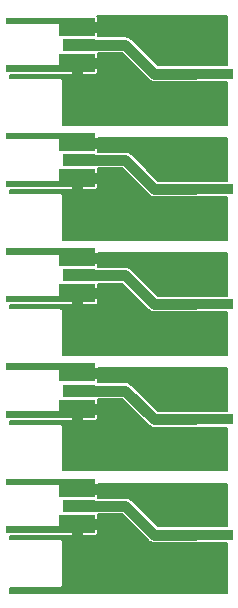
<source format=gbr>
G04 #@! TF.GenerationSoftware,KiCad,Pcbnew,(5.0.2)-1*
G04 #@! TF.CreationDate,2019-09-04T12:41:45-04:00*
G04 #@! TF.ProjectId,MMCX_2DD-100P_Odd,4d4d4358-5f32-4444-942d-313030505f4f,rev?*
G04 #@! TF.SameCoordinates,Original*
G04 #@! TF.FileFunction,Copper,L1,Top*
G04 #@! TF.FilePolarity,Positive*
%FSLAX46Y46*%
G04 Gerber Fmt 4.6, Leading zero omitted, Abs format (unit mm)*
G04 Created by KiCad (PCBNEW (5.0.2)-1) date 9/4/2019 12:41:45 PM*
%MOMM*%
%LPD*%
G01*
G04 APERTURE LIST*
G04 #@! TA.AperFunction,SMDPad,CuDef*
%ADD10R,6.477000X0.883920*%
G04 #@! TD*
G04 #@! TA.AperFunction,SMDPad,CuDef*
%ADD11R,2.695200X1.092200*%
G04 #@! TD*
G04 #@! TA.AperFunction,SMDPad,CuDef*
%ADD12C,1.525300*%
G04 #@! TD*
G04 #@! TA.AperFunction,Conductor*
%ADD13C,0.100000*%
G04 #@! TD*
G04 #@! TA.AperFunction,ViaPad*
%ADD14C,0.800000*%
G04 #@! TD*
G04 #@! TA.AperFunction,Conductor*
%ADD15C,0.896620*%
G04 #@! TD*
G04 #@! TA.AperFunction,Conductor*
%ADD16C,0.250000*%
G04 #@! TD*
G04 #@! TA.AperFunction,Conductor*
%ADD17C,0.660400*%
G04 #@! TD*
G04 #@! TA.AperFunction,Conductor*
%ADD18C,0.152400*%
G04 #@! TD*
G04 APERTURE END LIST*
D10*
G04 #@! TO.P,J2,2*
G04 #@! TO.N,Net-(J2-Pad2)*
X156189135Y-27050615D03*
G04 #@! TD*
G04 #@! TO.P,J5,2*
G04 #@! TO.N,Net-(J5-Pad2)*
X156189135Y-36809135D03*
G04 #@! TD*
G04 #@! TO.P,J8,2*
G04 #@! TO.N,Net-(J8-Pad2)*
X156189135Y-46567652D03*
G04 #@! TD*
G04 #@! TO.P,J11,2*
G04 #@! TO.N,Net-(J11-Pad2)*
X156189135Y-56326172D03*
G04 #@! TD*
G04 #@! TO.P,J14,2*
G04 #@! TO.N,Net-(J14-Pad2)*
X156189135Y-66084698D03*
G04 #@! TD*
D11*
G04 #@! TO.P,J3,1*
G04 #@! TO.N,Net-(J2-Pad2)*
X146393385Y-24610985D03*
D12*
G04 #@! TO.P,J3,2*
G04 #@! TO.N,Net-(J1-Pad2)*
X146240985Y-23073635D03*
D13*
G04 #@! TD*
G04 #@! TO.N,Net-(J1-Pad2)*
G04 #@! TO.C,J3*
G36*
X147740985Y-23836285D02*
X144740985Y-23836285D01*
X144740985Y-22860985D01*
X140240985Y-22860985D01*
X140240985Y-22310985D01*
X147740985Y-22310985D01*
X147740985Y-23836285D01*
X147740985Y-23836285D01*
G37*
D12*
G04 #@! TO.P,J3,2*
G04 #@! TO.N,Net-(J1-Pad2)*
X146240985Y-26148335D03*
D13*
G04 #@! TD*
G04 #@! TO.N,Net-(J1-Pad2)*
G04 #@! TO.C,J3*
G36*
X147740985Y-26910985D02*
X140240985Y-26910985D01*
X140240985Y-26360985D01*
X144740985Y-26360985D01*
X144740985Y-25385685D01*
X147740985Y-25385685D01*
X147740985Y-26910985D01*
X147740985Y-26910985D01*
G37*
D12*
G04 #@! TO.P,J6,2*
G04 #@! TO.N,Net-(J4-Pad2)*
X146240985Y-35906855D03*
D13*
G04 #@! TD*
G04 #@! TO.N,Net-(J4-Pad2)*
G04 #@! TO.C,J6*
G36*
X147740985Y-36669505D02*
X140240985Y-36669505D01*
X140240985Y-36119505D01*
X144740985Y-36119505D01*
X144740985Y-35144205D01*
X147740985Y-35144205D01*
X147740985Y-36669505D01*
X147740985Y-36669505D01*
G37*
D12*
G04 #@! TO.P,J6,2*
G04 #@! TO.N,Net-(J4-Pad2)*
X146240985Y-32832155D03*
D13*
G04 #@! TD*
G04 #@! TO.N,Net-(J4-Pad2)*
G04 #@! TO.C,J6*
G36*
X147740985Y-33594805D02*
X144740985Y-33594805D01*
X144740985Y-32619505D01*
X140240985Y-32619505D01*
X140240985Y-32069505D01*
X147740985Y-32069505D01*
X147740985Y-33594805D01*
X147740985Y-33594805D01*
G37*
D11*
G04 #@! TO.P,J6,1*
G04 #@! TO.N,Net-(J5-Pad2)*
X146393385Y-34369505D03*
G04 #@! TD*
D12*
G04 #@! TO.P,J9,2*
G04 #@! TO.N,Net-(J7-Pad2)*
X146240985Y-45665375D03*
D13*
G04 #@! TD*
G04 #@! TO.N,Net-(J7-Pad2)*
G04 #@! TO.C,J9*
G36*
X147740985Y-46428025D02*
X140240985Y-46428025D01*
X140240985Y-45878025D01*
X144740985Y-45878025D01*
X144740985Y-44902725D01*
X147740985Y-44902725D01*
X147740985Y-46428025D01*
X147740985Y-46428025D01*
G37*
D12*
G04 #@! TO.P,J9,2*
G04 #@! TO.N,Net-(J7-Pad2)*
X146240985Y-42590675D03*
D13*
G04 #@! TD*
G04 #@! TO.N,Net-(J7-Pad2)*
G04 #@! TO.C,J9*
G36*
X147740985Y-43353325D02*
X144740985Y-43353325D01*
X144740985Y-42378025D01*
X140240985Y-42378025D01*
X140240985Y-41828025D01*
X147740985Y-41828025D01*
X147740985Y-43353325D01*
X147740985Y-43353325D01*
G37*
D11*
G04 #@! TO.P,J9,1*
G04 #@! TO.N,Net-(J8-Pad2)*
X146393385Y-44128025D03*
G04 #@! TD*
D12*
G04 #@! TO.P,J12,2*
G04 #@! TO.N,Net-(J10-Pad2)*
X146240985Y-55423895D03*
D13*
G04 #@! TD*
G04 #@! TO.N,Net-(J10-Pad2)*
G04 #@! TO.C,J12*
G36*
X147740985Y-56186545D02*
X140240985Y-56186545D01*
X140240985Y-55636545D01*
X144740985Y-55636545D01*
X144740985Y-54661245D01*
X147740985Y-54661245D01*
X147740985Y-56186545D01*
X147740985Y-56186545D01*
G37*
D12*
G04 #@! TO.P,J12,2*
G04 #@! TO.N,Net-(J10-Pad2)*
X146240985Y-52349195D03*
D13*
G04 #@! TD*
G04 #@! TO.N,Net-(J10-Pad2)*
G04 #@! TO.C,J12*
G36*
X147740985Y-53111845D02*
X144740985Y-53111845D01*
X144740985Y-52136545D01*
X140240985Y-52136545D01*
X140240985Y-51586545D01*
X147740985Y-51586545D01*
X147740985Y-53111845D01*
X147740985Y-53111845D01*
G37*
D11*
G04 #@! TO.P,J12,1*
G04 #@! TO.N,Net-(J11-Pad2)*
X146393385Y-53886545D03*
G04 #@! TD*
D12*
G04 #@! TO.P,J15,2*
G04 #@! TO.N,Net-(J13-Pad2)*
X146240985Y-65182415D03*
D13*
G04 #@! TD*
G04 #@! TO.N,Net-(J13-Pad2)*
G04 #@! TO.C,J15*
G36*
X147740985Y-65945065D02*
X140240985Y-65945065D01*
X140240985Y-65395065D01*
X144740985Y-65395065D01*
X144740985Y-64419765D01*
X147740985Y-64419765D01*
X147740985Y-65945065D01*
X147740985Y-65945065D01*
G37*
D12*
G04 #@! TO.P,J15,2*
G04 #@! TO.N,Net-(J13-Pad2)*
X146240985Y-62107715D03*
D13*
G04 #@! TD*
G04 #@! TO.N,Net-(J13-Pad2)*
G04 #@! TO.C,J15*
G36*
X147740985Y-62870365D02*
X144740985Y-62870365D01*
X144740985Y-61895065D01*
X140240985Y-61895065D01*
X140240985Y-61345065D01*
X147740985Y-61345065D01*
X147740985Y-62870365D01*
X147740985Y-62870365D01*
G37*
D11*
G04 #@! TO.P,J15,1*
G04 #@! TO.N,Net-(J14-Pad2)*
X146393385Y-63645065D03*
G04 #@! TD*
D14*
G04 #@! TO.N,Net-(J1-Pad2)*
X148382319Y-28026467D03*
X148382319Y-23147201D03*
X149846097Y-26074763D03*
X150334023Y-23147207D03*
X151797801Y-24123059D03*
X148382319Y-30954023D03*
X148382319Y-26148335D03*
X155701209Y-24610985D03*
X151797801Y-29978171D03*
X150334023Y-30954023D03*
X158140839Y-24610985D03*
X149846097Y-28026467D03*
X153261579Y-29490245D03*
X150821949Y-27050615D03*
X155701209Y-29490245D03*
X158140839Y-29490245D03*
X153261579Y-24610985D03*
G04 #@! TO.N,Net-(J4-Pad2)*
X153261579Y-39248765D03*
X155701209Y-39248765D03*
X158140839Y-39248765D03*
X148382319Y-32905727D03*
X148382319Y-37784987D03*
X148382319Y-40761159D03*
X148382319Y-35833283D03*
X151797801Y-33881579D03*
X151797801Y-39736691D03*
X150334023Y-40712543D03*
X149846097Y-37784987D03*
X149846097Y-35833283D03*
X150821949Y-36809135D03*
X150334023Y-32905727D03*
X153261579Y-34369505D03*
X155701209Y-34369505D03*
X158140839Y-34369505D03*
G04 #@! TO.N,Net-(J7-Pad2)*
X153261579Y-49007285D03*
X155701209Y-49007285D03*
X158140839Y-49007285D03*
X148382319Y-47543507D03*
X148382319Y-45591803D03*
X151797801Y-49495211D03*
X150334023Y-50471063D03*
X149846097Y-45591803D03*
X150821949Y-46567655D03*
X148382319Y-50519709D03*
X151797801Y-43640099D03*
X148382319Y-42664247D03*
X150334023Y-42664247D03*
X153261579Y-44128025D03*
X155701209Y-44128025D03*
X158140839Y-44128025D03*
X149846097Y-47543507D03*
G04 #@! TO.N,Net-(J10-Pad2)*
X153261579Y-58765805D03*
X155701209Y-58765805D03*
X158140839Y-58765805D03*
X148382319Y-57302027D03*
X148382337Y-60303155D03*
X148382337Y-52422866D03*
X148382319Y-55350323D03*
X149846097Y-55350323D03*
X150334023Y-60229583D03*
X151797801Y-53398619D03*
X151797801Y-59253731D03*
X150821949Y-56326175D03*
X150334023Y-52422767D03*
X153261579Y-53886545D03*
X155701209Y-53886545D03*
X158140839Y-53886545D03*
X149846097Y-57302027D03*
G04 #@! TO.N,Net-(J13-Pad2)*
X155701209Y-68524325D03*
X151797801Y-69012251D03*
X149846097Y-65108843D03*
X148382319Y-67060547D03*
X148382337Y-62181441D03*
X148382337Y-70036809D03*
X148308931Y-65182415D03*
X150334023Y-69988103D03*
X158140839Y-68524325D03*
X150821949Y-66084695D03*
X153261579Y-68524325D03*
X150334023Y-62181287D03*
X158140839Y-63645065D03*
X155701209Y-63645065D03*
X153261579Y-63645065D03*
X151797801Y-63157139D03*
X149846097Y-67060547D03*
G04 #@! TD*
D15*
G04 #@! TO.N,Net-(J1-Pad2)*
X146240985Y-26148335D02*
X146240985Y-27836841D01*
X146240985Y-26148335D02*
X148308771Y-26148335D01*
X148308771Y-26148335D02*
X148308771Y-26148335D01*
X146314551Y-23147201D02*
X146240985Y-23073635D01*
X148382319Y-23147201D02*
X146314551Y-23147201D01*
X148382319Y-23147201D02*
X148438008Y-23147201D01*
D16*
G04 #@! TO.N,Net-(J4-Pad2)*
X146592695Y-36321245D02*
X146240985Y-35969535D01*
D17*
X146346115Y-36321245D02*
X146240985Y-36216115D01*
D15*
X146240985Y-35906855D02*
X146240985Y-37595401D01*
X146314591Y-32905761D02*
X146240985Y-32832155D01*
X146240985Y-35906855D02*
X148308747Y-35906855D01*
X146314557Y-32905727D02*
X146240985Y-32832155D01*
X148382319Y-32905727D02*
X146314557Y-32905727D01*
X148382319Y-32905727D02*
X148438013Y-32905727D01*
D17*
G04 #@! TO.N,Net-(J7-Pad2)*
X146346115Y-46079795D02*
X146240985Y-45974665D01*
D15*
X146240985Y-45665375D02*
X146240985Y-47353961D01*
X146240985Y-45665375D02*
X148308851Y-45665375D01*
X148308851Y-45665375D02*
X148308851Y-45665375D01*
X146314623Y-42664313D02*
X146240985Y-42590675D01*
X148382319Y-42664247D02*
X148438015Y-42664247D01*
X148382319Y-42664247D02*
X146314557Y-42664247D01*
X146314557Y-42664247D02*
X146240985Y-42590675D01*
D17*
G04 #@! TO.N,Net-(J10-Pad2)*
X146346115Y-55838345D02*
X146240985Y-55733215D01*
D15*
X146240985Y-55423895D02*
X146240985Y-57112521D01*
X146240985Y-55423895D02*
X148308891Y-55423895D01*
X148308891Y-55423895D02*
X148308891Y-55423895D01*
X146314656Y-52422866D02*
X146240985Y-52349195D01*
X148382337Y-52422866D02*
X146314656Y-52422866D01*
X148382337Y-52422866D02*
X148438113Y-52422866D01*
G04 #@! TO.N,Net-(J13-Pad2)*
X146240985Y-65182415D02*
X146240985Y-67846937D01*
X146240985Y-65182415D02*
X148308931Y-65182415D01*
X148308931Y-65182415D02*
X148308931Y-65182415D01*
X146314711Y-62181441D02*
X146240985Y-62107715D01*
X148382337Y-62181441D02*
X146314711Y-62181441D01*
X148382337Y-62181441D02*
X148438165Y-62181441D01*
G04 #@! TO.N,Net-(J2-Pad2)*
X146393385Y-24610985D02*
X150334023Y-24610985D01*
X152773653Y-27050615D02*
X156189135Y-27050615D01*
X150334023Y-24610985D02*
X152773653Y-27050615D01*
G04 #@! TO.N,Net-(J5-Pad2)*
X146393385Y-34369505D02*
X150334023Y-34369505D01*
X152773653Y-36809135D02*
X156189135Y-36809135D01*
X150334023Y-34369505D02*
X152773653Y-36809135D01*
G04 #@! TO.N,Net-(J8-Pad2)*
X146393385Y-44128025D02*
X150334023Y-44128025D01*
X152773650Y-46567652D02*
X156189135Y-46567652D01*
X150334023Y-44128025D02*
X152773650Y-46567652D01*
G04 #@! TO.N,Net-(J11-Pad2)*
X146393385Y-53886545D02*
X150334023Y-53886545D01*
X152773650Y-56326172D02*
X156189135Y-56326172D01*
X150334023Y-53886545D02*
X152773650Y-56326172D01*
G04 #@! TO.N,Net-(J14-Pad2)*
X146393385Y-63645065D02*
X150334023Y-63645065D01*
X152773656Y-66084698D02*
X156189135Y-66084698D01*
X150334023Y-63645065D02*
X152773656Y-66084698D01*
G04 #@! TD*
D18*
G04 #@! TO.N,Net-(J1-Pad2)*
G36*
X152252647Y-27522825D02*
X152274642Y-27549626D01*
X152324139Y-27590247D01*
X152381582Y-27637390D01*
X152503590Y-27702604D01*
X152635975Y-27742763D01*
X152773653Y-27756323D01*
X152808153Y-27752925D01*
X156223635Y-27752925D01*
X156275640Y-27747803D01*
X158941700Y-27747803D01*
X158941700Y-31365749D01*
X145046737Y-31365749D01*
X145065239Y-31304758D01*
X145071591Y-31240263D01*
X145070000Y-31224109D01*
X145070000Y-27756417D01*
X145071591Y-27740263D01*
X145065239Y-27675768D01*
X145046426Y-27613751D01*
X145015876Y-27556596D01*
X144974763Y-27506500D01*
X144924667Y-27465387D01*
X144867512Y-27434837D01*
X144805495Y-27416024D01*
X144757154Y-27411263D01*
X144741000Y-27409672D01*
X144724846Y-27411263D01*
X140570000Y-27411263D01*
X140570000Y-27166214D01*
X147740985Y-27166214D01*
X147790778Y-27161310D01*
X147838657Y-27146786D01*
X147882783Y-27123200D01*
X147921459Y-27091459D01*
X147953200Y-27052783D01*
X147976786Y-27008657D01*
X147991310Y-26960778D01*
X147996214Y-26910985D01*
X147996214Y-25385685D01*
X147991310Y-25335892D01*
X147984455Y-25313295D01*
X150043118Y-25313295D01*
X152252647Y-27522825D01*
X152252647Y-27522825D01*
G37*
X152252647Y-27522825D02*
X152274642Y-27549626D01*
X152324139Y-27590247D01*
X152381582Y-27637390D01*
X152503590Y-27702604D01*
X152635975Y-27742763D01*
X152773653Y-27756323D01*
X152808153Y-27752925D01*
X156223635Y-27752925D01*
X156275640Y-27747803D01*
X158941700Y-27747803D01*
X158941700Y-31365749D01*
X145046737Y-31365749D01*
X145065239Y-31304758D01*
X145071591Y-31240263D01*
X145070000Y-31224109D01*
X145070000Y-27756417D01*
X145071591Y-27740263D01*
X145065239Y-27675768D01*
X145046426Y-27613751D01*
X145015876Y-27556596D01*
X144974763Y-27506500D01*
X144924667Y-27465387D01*
X144867512Y-27434837D01*
X144805495Y-27416024D01*
X144757154Y-27411263D01*
X144741000Y-27409672D01*
X144724846Y-27411263D01*
X140570000Y-27411263D01*
X140570000Y-27166214D01*
X147740985Y-27166214D01*
X147790778Y-27161310D01*
X147838657Y-27146786D01*
X147882783Y-27123200D01*
X147921459Y-27091459D01*
X147953200Y-27052783D01*
X147976786Y-27008657D01*
X147991310Y-26960778D01*
X147996214Y-26910985D01*
X147996214Y-25385685D01*
X147991310Y-25335892D01*
X147984455Y-25313295D01*
X150043118Y-25313295D01*
X152252647Y-27522825D01*
G36*
X158941700Y-26353427D02*
X156275640Y-26353427D01*
X156223635Y-26348305D01*
X153064559Y-26348305D01*
X150855033Y-24138780D01*
X150833034Y-24111974D01*
X150726093Y-24024210D01*
X150604086Y-23958996D01*
X150471700Y-23918837D01*
X150368523Y-23908675D01*
X150368521Y-23908675D01*
X150334023Y-23905277D01*
X150299525Y-23908675D01*
X147984455Y-23908675D01*
X147991310Y-23886078D01*
X147996214Y-23836285D01*
X147996214Y-22310985D01*
X147991310Y-22261192D01*
X147976786Y-22213313D01*
X147953200Y-22169187D01*
X147929247Y-22140000D01*
X158941700Y-22140000D01*
X158941700Y-26353427D01*
X158941700Y-26353427D01*
G37*
X158941700Y-26353427D02*
X156275640Y-26353427D01*
X156223635Y-26348305D01*
X153064559Y-26348305D01*
X150855033Y-24138780D01*
X150833034Y-24111974D01*
X150726093Y-24024210D01*
X150604086Y-23958996D01*
X150471700Y-23918837D01*
X150368523Y-23908675D01*
X150368521Y-23908675D01*
X150334023Y-23905277D01*
X150299525Y-23908675D01*
X147984455Y-23908675D01*
X147991310Y-23886078D01*
X147996214Y-23836285D01*
X147996214Y-22310985D01*
X147991310Y-22261192D01*
X147976786Y-22213313D01*
X147953200Y-22169187D01*
X147929247Y-22140000D01*
X158941700Y-22140000D01*
X158941700Y-26353427D01*
G04 #@! TO.N,Net-(J4-Pad2)*
G36*
X152252647Y-37281345D02*
X152274642Y-37308146D01*
X152324139Y-37348767D01*
X152381582Y-37395910D01*
X152503590Y-37461124D01*
X152635975Y-37501283D01*
X152773653Y-37514843D01*
X152808153Y-37511445D01*
X156223635Y-37511445D01*
X156275640Y-37506323D01*
X158941700Y-37506323D01*
X158941700Y-41124269D01*
X145046739Y-41124269D01*
X145065239Y-41063284D01*
X145071591Y-40998789D01*
X145070000Y-40982635D01*
X145070000Y-37514943D01*
X145071591Y-37498789D01*
X145065239Y-37434294D01*
X145046426Y-37372277D01*
X145015876Y-37315122D01*
X144974763Y-37265026D01*
X144924667Y-37223913D01*
X144867512Y-37193363D01*
X144805495Y-37174550D01*
X144757154Y-37169789D01*
X144741000Y-37168198D01*
X144724846Y-37169789D01*
X140570000Y-37169789D01*
X140570000Y-36924734D01*
X147740985Y-36924734D01*
X147790778Y-36919830D01*
X147838657Y-36905306D01*
X147882783Y-36881720D01*
X147921459Y-36849979D01*
X147953200Y-36811303D01*
X147976786Y-36767177D01*
X147991310Y-36719298D01*
X147996214Y-36669505D01*
X147996214Y-35144205D01*
X147991310Y-35094412D01*
X147984455Y-35071815D01*
X150043118Y-35071815D01*
X152252647Y-37281345D01*
X152252647Y-37281345D01*
G37*
X152252647Y-37281345D02*
X152274642Y-37308146D01*
X152324139Y-37348767D01*
X152381582Y-37395910D01*
X152503590Y-37461124D01*
X152635975Y-37501283D01*
X152773653Y-37514843D01*
X152808153Y-37511445D01*
X156223635Y-37511445D01*
X156275640Y-37506323D01*
X158941700Y-37506323D01*
X158941700Y-41124269D01*
X145046739Y-41124269D01*
X145065239Y-41063284D01*
X145071591Y-40998789D01*
X145070000Y-40982635D01*
X145070000Y-37514943D01*
X145071591Y-37498789D01*
X145065239Y-37434294D01*
X145046426Y-37372277D01*
X145015876Y-37315122D01*
X144974763Y-37265026D01*
X144924667Y-37223913D01*
X144867512Y-37193363D01*
X144805495Y-37174550D01*
X144757154Y-37169789D01*
X144741000Y-37168198D01*
X144724846Y-37169789D01*
X140570000Y-37169789D01*
X140570000Y-36924734D01*
X147740985Y-36924734D01*
X147790778Y-36919830D01*
X147838657Y-36905306D01*
X147882783Y-36881720D01*
X147921459Y-36849979D01*
X147953200Y-36811303D01*
X147976786Y-36767177D01*
X147991310Y-36719298D01*
X147996214Y-36669505D01*
X147996214Y-35144205D01*
X147991310Y-35094412D01*
X147984455Y-35071815D01*
X150043118Y-35071815D01*
X152252647Y-37281345D01*
G36*
X158941700Y-36111947D02*
X156275640Y-36111947D01*
X156223635Y-36106825D01*
X153064559Y-36106825D01*
X150855033Y-33897300D01*
X150833034Y-33870494D01*
X150726093Y-33782730D01*
X150604086Y-33717516D01*
X150471700Y-33677357D01*
X150368523Y-33667195D01*
X150368521Y-33667195D01*
X150334023Y-33663797D01*
X150299525Y-33667195D01*
X147984455Y-33667195D01*
X147991310Y-33644598D01*
X147996214Y-33594805D01*
X147996214Y-32494001D01*
X158941700Y-32494001D01*
X158941700Y-36111947D01*
X158941700Y-36111947D01*
G37*
X158941700Y-36111947D02*
X156275640Y-36111947D01*
X156223635Y-36106825D01*
X153064559Y-36106825D01*
X150855033Y-33897300D01*
X150833034Y-33870494D01*
X150726093Y-33782730D01*
X150604086Y-33717516D01*
X150471700Y-33677357D01*
X150368523Y-33667195D01*
X150368521Y-33667195D01*
X150334023Y-33663797D01*
X150299525Y-33667195D01*
X147984455Y-33667195D01*
X147991310Y-33644598D01*
X147996214Y-33594805D01*
X147996214Y-32494001D01*
X158941700Y-32494001D01*
X158941700Y-36111947D01*
G04 #@! TO.N,Net-(J7-Pad2)*
G36*
X152252644Y-47039862D02*
X152274639Y-47066663D01*
X152324136Y-47107284D01*
X152381580Y-47154427D01*
X152503587Y-47219641D01*
X152635973Y-47259800D01*
X152773650Y-47273360D01*
X152808150Y-47269962D01*
X156223635Y-47269962D01*
X156275640Y-47264840D01*
X158941701Y-47264840D01*
X158941701Y-50882789D01*
X145046741Y-50882789D01*
X145065239Y-50821810D01*
X145071591Y-50757315D01*
X145070000Y-50741161D01*
X145070000Y-47273469D01*
X145071591Y-47257315D01*
X145065239Y-47192820D01*
X145046426Y-47130803D01*
X145015876Y-47073648D01*
X144974763Y-47023552D01*
X144924667Y-46982439D01*
X144867512Y-46951889D01*
X144805495Y-46933076D01*
X144757154Y-46928315D01*
X144741000Y-46926724D01*
X144724846Y-46928315D01*
X140570000Y-46928315D01*
X140570000Y-46683254D01*
X147740985Y-46683254D01*
X147790778Y-46678350D01*
X147838657Y-46663826D01*
X147882783Y-46640240D01*
X147921459Y-46608499D01*
X147953200Y-46569823D01*
X147976786Y-46525697D01*
X147991310Y-46477818D01*
X147996214Y-46428025D01*
X147996214Y-44902725D01*
X147991310Y-44852932D01*
X147984455Y-44830335D01*
X150043118Y-44830335D01*
X152252644Y-47039862D01*
X152252644Y-47039862D01*
G37*
X152252644Y-47039862D02*
X152274639Y-47066663D01*
X152324136Y-47107284D01*
X152381580Y-47154427D01*
X152503587Y-47219641D01*
X152635973Y-47259800D01*
X152773650Y-47273360D01*
X152808150Y-47269962D01*
X156223635Y-47269962D01*
X156275640Y-47264840D01*
X158941701Y-47264840D01*
X158941701Y-50882789D01*
X145046741Y-50882789D01*
X145065239Y-50821810D01*
X145071591Y-50757315D01*
X145070000Y-50741161D01*
X145070000Y-47273469D01*
X145071591Y-47257315D01*
X145065239Y-47192820D01*
X145046426Y-47130803D01*
X145015876Y-47073648D01*
X144974763Y-47023552D01*
X144924667Y-46982439D01*
X144867512Y-46951889D01*
X144805495Y-46933076D01*
X144757154Y-46928315D01*
X144741000Y-46926724D01*
X144724846Y-46928315D01*
X140570000Y-46928315D01*
X140570000Y-46683254D01*
X147740985Y-46683254D01*
X147790778Y-46678350D01*
X147838657Y-46663826D01*
X147882783Y-46640240D01*
X147921459Y-46608499D01*
X147953200Y-46569823D01*
X147976786Y-46525697D01*
X147991310Y-46477818D01*
X147996214Y-46428025D01*
X147996214Y-44902725D01*
X147991310Y-44852932D01*
X147984455Y-44830335D01*
X150043118Y-44830335D01*
X152252644Y-47039862D01*
G36*
X158941700Y-45870464D02*
X156275640Y-45870464D01*
X156223635Y-45865342D01*
X153064556Y-45865342D01*
X150855033Y-43655820D01*
X150833034Y-43629014D01*
X150726093Y-43541250D01*
X150604086Y-43476036D01*
X150471700Y-43435877D01*
X150368523Y-43425715D01*
X150368521Y-43425715D01*
X150334023Y-43422317D01*
X150299525Y-43425715D01*
X147984455Y-43425715D01*
X147991310Y-43403118D01*
X147996214Y-43353325D01*
X147996214Y-42252521D01*
X158941700Y-42252521D01*
X158941700Y-45870464D01*
X158941700Y-45870464D01*
G37*
X158941700Y-45870464D02*
X156275640Y-45870464D01*
X156223635Y-45865342D01*
X153064556Y-45865342D01*
X150855033Y-43655820D01*
X150833034Y-43629014D01*
X150726093Y-43541250D01*
X150604086Y-43476036D01*
X150471700Y-43435877D01*
X150368523Y-43425715D01*
X150368521Y-43425715D01*
X150334023Y-43422317D01*
X150299525Y-43425715D01*
X147984455Y-43425715D01*
X147991310Y-43403118D01*
X147996214Y-43353325D01*
X147996214Y-42252521D01*
X158941700Y-42252521D01*
X158941700Y-45870464D01*
G04 #@! TO.N,Net-(J10-Pad2)*
G36*
X152252644Y-56798382D02*
X152274639Y-56825183D01*
X152352803Y-56889330D01*
X152381580Y-56912947D01*
X152503587Y-56978161D01*
X152635973Y-57018320D01*
X152773650Y-57031880D01*
X152808150Y-57028482D01*
X156223635Y-57028482D01*
X156275640Y-57023360D01*
X158941701Y-57023360D01*
X158941701Y-60641309D01*
X145046743Y-60641309D01*
X145065239Y-60580336D01*
X145071591Y-60515841D01*
X145070000Y-60499687D01*
X145070000Y-57031995D01*
X145071591Y-57015841D01*
X145065239Y-56951346D01*
X145046426Y-56889329D01*
X145015876Y-56832174D01*
X144974763Y-56782078D01*
X144924667Y-56740965D01*
X144867512Y-56710415D01*
X144805495Y-56691602D01*
X144757154Y-56686841D01*
X144741000Y-56685250D01*
X144724846Y-56686841D01*
X140570000Y-56686841D01*
X140570000Y-56441774D01*
X147740985Y-56441774D01*
X147790778Y-56436870D01*
X147838657Y-56422346D01*
X147882783Y-56398760D01*
X147921459Y-56367019D01*
X147953200Y-56328343D01*
X147976786Y-56284217D01*
X147991310Y-56236338D01*
X147996214Y-56186545D01*
X147996214Y-54661245D01*
X147991310Y-54611452D01*
X147984455Y-54588855D01*
X150043118Y-54588855D01*
X152252644Y-56798382D01*
X152252644Y-56798382D01*
G37*
X152252644Y-56798382D02*
X152274639Y-56825183D01*
X152352803Y-56889330D01*
X152381580Y-56912947D01*
X152503587Y-56978161D01*
X152635973Y-57018320D01*
X152773650Y-57031880D01*
X152808150Y-57028482D01*
X156223635Y-57028482D01*
X156275640Y-57023360D01*
X158941701Y-57023360D01*
X158941701Y-60641309D01*
X145046743Y-60641309D01*
X145065239Y-60580336D01*
X145071591Y-60515841D01*
X145070000Y-60499687D01*
X145070000Y-57031995D01*
X145071591Y-57015841D01*
X145065239Y-56951346D01*
X145046426Y-56889329D01*
X145015876Y-56832174D01*
X144974763Y-56782078D01*
X144924667Y-56740965D01*
X144867512Y-56710415D01*
X144805495Y-56691602D01*
X144757154Y-56686841D01*
X144741000Y-56685250D01*
X144724846Y-56686841D01*
X140570000Y-56686841D01*
X140570000Y-56441774D01*
X147740985Y-56441774D01*
X147790778Y-56436870D01*
X147838657Y-56422346D01*
X147882783Y-56398760D01*
X147921459Y-56367019D01*
X147953200Y-56328343D01*
X147976786Y-56284217D01*
X147991310Y-56236338D01*
X147996214Y-56186545D01*
X147996214Y-54661245D01*
X147991310Y-54611452D01*
X147984455Y-54588855D01*
X150043118Y-54588855D01*
X152252644Y-56798382D01*
G36*
X158941701Y-55628984D02*
X156275640Y-55628984D01*
X156223635Y-55623862D01*
X153064556Y-55623862D01*
X150855033Y-53414340D01*
X150833034Y-53387534D01*
X150726093Y-53299770D01*
X150604086Y-53234556D01*
X150471700Y-53194397D01*
X150368523Y-53184235D01*
X150368521Y-53184235D01*
X150334023Y-53180837D01*
X150299525Y-53184235D01*
X147984455Y-53184235D01*
X147991310Y-53161638D01*
X147996214Y-53111845D01*
X147996214Y-52011041D01*
X158941701Y-52011041D01*
X158941701Y-55628984D01*
X158941701Y-55628984D01*
G37*
X158941701Y-55628984D02*
X156275640Y-55628984D01*
X156223635Y-55623862D01*
X153064556Y-55623862D01*
X150855033Y-53414340D01*
X150833034Y-53387534D01*
X150726093Y-53299770D01*
X150604086Y-53234556D01*
X150471700Y-53194397D01*
X150368523Y-53184235D01*
X150368521Y-53184235D01*
X150334023Y-53180837D01*
X150299525Y-53184235D01*
X147984455Y-53184235D01*
X147991310Y-53161638D01*
X147996214Y-53111845D01*
X147996214Y-52011041D01*
X158941701Y-52011041D01*
X158941701Y-55628984D01*
G04 #@! TO.N,Net-(J13-Pad2)*
G36*
X152252655Y-66556914D02*
X152274645Y-66583709D01*
X152381586Y-66671473D01*
X152503593Y-66736687D01*
X152635979Y-66776846D01*
X152739156Y-66787008D01*
X152739157Y-66787008D01*
X152773655Y-66790406D01*
X152808153Y-66787008D01*
X156223635Y-66787008D01*
X156275640Y-66781886D01*
X158941701Y-66781886D01*
X158941701Y-70995500D01*
X140570000Y-70995500D01*
X140570000Y-70603367D01*
X144724846Y-70603367D01*
X144741000Y-70604958D01*
X144757154Y-70603367D01*
X144805495Y-70598606D01*
X144867512Y-70579793D01*
X144924667Y-70549243D01*
X144974763Y-70508130D01*
X145015876Y-70458034D01*
X145046426Y-70400879D01*
X145065239Y-70338862D01*
X145071591Y-70274367D01*
X145070000Y-70258213D01*
X145070000Y-66790521D01*
X145071591Y-66774367D01*
X145065239Y-66709872D01*
X145046426Y-66647855D01*
X145015876Y-66590700D01*
X144974763Y-66540604D01*
X144924667Y-66499491D01*
X144867512Y-66468941D01*
X144805495Y-66450128D01*
X144757154Y-66445367D01*
X144741000Y-66443776D01*
X144724846Y-66445367D01*
X140570000Y-66445367D01*
X140570000Y-66200294D01*
X147740985Y-66200294D01*
X147790778Y-66195390D01*
X147838657Y-66180866D01*
X147882783Y-66157280D01*
X147921459Y-66125539D01*
X147953200Y-66086863D01*
X147976786Y-66042737D01*
X147991310Y-65994858D01*
X147996214Y-65945065D01*
X147996214Y-64419765D01*
X147991310Y-64369972D01*
X147984455Y-64347375D01*
X150043118Y-64347375D01*
X152252655Y-66556914D01*
X152252655Y-66556914D01*
G37*
X152252655Y-66556914D02*
X152274645Y-66583709D01*
X152381586Y-66671473D01*
X152503593Y-66736687D01*
X152635979Y-66776846D01*
X152739156Y-66787008D01*
X152739157Y-66787008D01*
X152773655Y-66790406D01*
X152808153Y-66787008D01*
X156223635Y-66787008D01*
X156275640Y-66781886D01*
X158941701Y-66781886D01*
X158941701Y-70995500D01*
X140570000Y-70995500D01*
X140570000Y-70603367D01*
X144724846Y-70603367D01*
X144741000Y-70604958D01*
X144757154Y-70603367D01*
X144805495Y-70598606D01*
X144867512Y-70579793D01*
X144924667Y-70549243D01*
X144974763Y-70508130D01*
X145015876Y-70458034D01*
X145046426Y-70400879D01*
X145065239Y-70338862D01*
X145071591Y-70274367D01*
X145070000Y-70258213D01*
X145070000Y-66790521D01*
X145071591Y-66774367D01*
X145065239Y-66709872D01*
X145046426Y-66647855D01*
X145015876Y-66590700D01*
X144974763Y-66540604D01*
X144924667Y-66499491D01*
X144867512Y-66468941D01*
X144805495Y-66450128D01*
X144757154Y-66445367D01*
X144741000Y-66443776D01*
X144724846Y-66445367D01*
X140570000Y-66445367D01*
X140570000Y-66200294D01*
X147740985Y-66200294D01*
X147790778Y-66195390D01*
X147838657Y-66180866D01*
X147882783Y-66157280D01*
X147921459Y-66125539D01*
X147953200Y-66086863D01*
X147976786Y-66042737D01*
X147991310Y-65994858D01*
X147996214Y-65945065D01*
X147996214Y-64419765D01*
X147991310Y-64369972D01*
X147984455Y-64347375D01*
X150043118Y-64347375D01*
X152252655Y-66556914D01*
G36*
X158941701Y-65387510D02*
X156275640Y-65387510D01*
X156223635Y-65382388D01*
X153064563Y-65382388D01*
X150855033Y-63172860D01*
X150833034Y-63146054D01*
X150726093Y-63058290D01*
X150604086Y-62993076D01*
X150471700Y-62952917D01*
X150368523Y-62942755D01*
X150368521Y-62942755D01*
X150334023Y-62939357D01*
X150299525Y-62942755D01*
X147984455Y-62942755D01*
X147991310Y-62920158D01*
X147996214Y-62870365D01*
X147996214Y-61769561D01*
X158941701Y-61769561D01*
X158941701Y-65387510D01*
X158941701Y-65387510D01*
G37*
X158941701Y-65387510D02*
X156275640Y-65387510D01*
X156223635Y-65382388D01*
X153064563Y-65382388D01*
X150855033Y-63172860D01*
X150833034Y-63146054D01*
X150726093Y-63058290D01*
X150604086Y-62993076D01*
X150471700Y-62952917D01*
X150368523Y-62942755D01*
X150368521Y-62942755D01*
X150334023Y-62939357D01*
X150299525Y-62942755D01*
X147984455Y-62942755D01*
X147991310Y-62920158D01*
X147996214Y-62870365D01*
X147996214Y-61769561D01*
X158941701Y-61769561D01*
X158941701Y-65387510D01*
G04 #@! TD*
M02*

</source>
